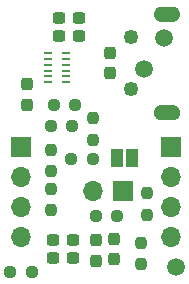
<source format=gbs>
%TF.GenerationSoftware,KiCad,Pcbnew,8.0.1*%
%TF.CreationDate,2024-04-23T06:28:50-07:00*%
%TF.ProjectId,OnOffController,4f6e4f66-6643-46f6-9e74-726f6c6c6572,rev?*%
%TF.SameCoordinates,Original*%
%TF.FileFunction,Soldermask,Bot*%
%TF.FilePolarity,Negative*%
%FSLAX46Y46*%
G04 Gerber Fmt 4.6, Leading zero omitted, Abs format (unit mm)*
G04 Created by KiCad (PCBNEW 8.0.1) date 2024-04-23 06:28:50*
%MOMM*%
%LPD*%
G01*
G04 APERTURE LIST*
G04 Aperture macros list*
%AMRoundRect*
0 Rectangle with rounded corners*
0 $1 Rounding radius*
0 $2 $3 $4 $5 $6 $7 $8 $9 X,Y pos of 4 corners*
0 Add a 4 corners polygon primitive as box body*
4,1,4,$2,$3,$4,$5,$6,$7,$8,$9,$2,$3,0*
0 Add four circle primitives for the rounded corners*
1,1,$1+$1,$2,$3*
1,1,$1+$1,$4,$5*
1,1,$1+$1,$6,$7*
1,1,$1+$1,$8,$9*
0 Add four rect primitives between the rounded corners*
20,1,$1+$1,$2,$3,$4,$5,0*
20,1,$1+$1,$4,$5,$6,$7,0*
20,1,$1+$1,$6,$7,$8,$9,0*
20,1,$1+$1,$8,$9,$2,$3,0*%
G04 Aperture macros list end*
%ADD10C,0.010000*%
%ADD11R,1.700000X1.700000*%
%ADD12O,1.700000X1.700000*%
%ADD13C,1.252400*%
%ADD14RoundRect,0.237500X-0.237500X0.250000X-0.237500X-0.250000X0.237500X-0.250000X0.237500X0.250000X0*%
%ADD15RoundRect,0.237500X-0.237500X0.287500X-0.237500X-0.287500X0.237500X-0.287500X0.237500X0.287500X0*%
%ADD16C,1.500000*%
%ADD17RoundRect,0.237500X0.250000X0.237500X-0.250000X0.237500X-0.250000X-0.237500X0.250000X-0.237500X0*%
%ADD18RoundRect,0.237500X0.300000X0.237500X-0.300000X0.237500X-0.300000X-0.237500X0.300000X-0.237500X0*%
%ADD19RoundRect,0.237500X0.237500X-0.300000X0.237500X0.300000X-0.237500X0.300000X-0.237500X-0.300000X0*%
%ADD20RoundRect,0.237500X-0.300000X-0.237500X0.300000X-0.237500X0.300000X0.237500X-0.300000X0.237500X0*%
%ADD21RoundRect,0.237500X0.237500X-0.250000X0.237500X0.250000X-0.237500X0.250000X-0.237500X-0.250000X0*%
%ADD22RoundRect,0.237500X-0.250000X-0.237500X0.250000X-0.237500X0.250000X0.237500X-0.250000X0.237500X0*%
%ADD23R,0.700000X0.250000*%
%ADD24R,1.000000X1.500000*%
G04 APERTURE END LIST*
D10*
%TO.C,J8*%
X166468500Y-73578000D02*
X166499500Y-73580000D01*
X166530500Y-73584000D01*
X166561500Y-73590000D01*
X166592500Y-73598000D01*
X166622500Y-73606000D01*
X166652500Y-73617000D01*
X166681500Y-73629000D01*
X166710500Y-73643000D01*
X166737500Y-73658000D01*
X166764500Y-73674000D01*
X166790500Y-73692000D01*
X166815500Y-73711000D01*
X166839500Y-73732000D01*
X166862500Y-73753000D01*
X166884500Y-73776000D01*
X166904500Y-73800000D01*
X166923500Y-73825000D01*
X166941500Y-73851000D01*
X166958500Y-73878000D01*
X166973500Y-73906000D01*
X166986500Y-73934000D01*
X166998500Y-73964000D01*
X167009500Y-73993000D01*
X167018500Y-74024000D01*
X167025500Y-74054000D01*
X167031500Y-74085000D01*
X167035500Y-74117000D01*
X167038500Y-74148000D01*
X167039500Y-74177000D01*
X167038500Y-74211000D01*
X167035500Y-74243000D01*
X167031500Y-74275000D01*
X167025500Y-74306000D01*
X167018500Y-74337000D01*
X167009500Y-74367000D01*
X166998500Y-74397000D01*
X166986500Y-74427000D01*
X166972500Y-74455000D01*
X166957500Y-74483000D01*
X166940500Y-74510000D01*
X166922500Y-74537000D01*
X166903500Y-74562000D01*
X166882500Y-74586000D01*
X166861500Y-74609000D01*
X166838500Y-74631000D01*
X166813500Y-74652000D01*
X166788500Y-74671000D01*
X166762500Y-74689000D01*
X166735500Y-74706000D01*
X166707500Y-74721000D01*
X166678500Y-74734000D01*
X166649500Y-74747000D01*
X166619500Y-74757000D01*
X166588500Y-74766000D01*
X166557500Y-74774000D01*
X166526500Y-74780000D01*
X166495500Y-74784000D01*
X166463500Y-74786000D01*
X166434500Y-74787000D01*
X166434000Y-74787000D01*
X165543500Y-74787000D01*
X165514500Y-74786000D01*
X165482500Y-74784000D01*
X165451500Y-74780000D01*
X165420500Y-74774000D01*
X165389500Y-74766000D01*
X165358500Y-74757000D01*
X165328500Y-74747000D01*
X165299500Y-74734000D01*
X165270500Y-74721000D01*
X165242500Y-74706000D01*
X165215500Y-74689000D01*
X165189500Y-74671000D01*
X165164500Y-74652000D01*
X165139500Y-74631000D01*
X165116500Y-74609000D01*
X165095500Y-74586000D01*
X165074500Y-74562000D01*
X165055500Y-74537000D01*
X165037500Y-74510000D01*
X165020500Y-74483000D01*
X165005500Y-74455000D01*
X164991500Y-74427000D01*
X164979500Y-74397000D01*
X164968500Y-74367000D01*
X164959500Y-74337000D01*
X164952500Y-74306000D01*
X164946500Y-74275000D01*
X164942500Y-74243000D01*
X164939500Y-74211000D01*
X164938500Y-74177000D01*
X164939500Y-74148000D01*
X164942500Y-74117000D01*
X164946500Y-74085000D01*
X164952500Y-74054000D01*
X164959500Y-74024000D01*
X164968500Y-73993000D01*
X164979500Y-73964000D01*
X164991500Y-73934000D01*
X165004500Y-73906000D01*
X165019500Y-73878000D01*
X165036500Y-73851000D01*
X165054500Y-73825000D01*
X165073500Y-73800000D01*
X165093500Y-73776000D01*
X165115500Y-73753000D01*
X165138500Y-73732000D01*
X165162500Y-73711000D01*
X165187500Y-73692000D01*
X165213500Y-73674000D01*
X165240500Y-73658000D01*
X165267500Y-73643000D01*
X165296500Y-73629000D01*
X165325500Y-73617000D01*
X165355500Y-73606000D01*
X165385500Y-73598000D01*
X165416500Y-73590000D01*
X165447500Y-73584000D01*
X165478500Y-73580000D01*
X165509500Y-73578000D01*
X165543500Y-73577000D01*
X166434500Y-73577000D01*
X166468500Y-73578000D01*
G36*
X166468500Y-73578000D02*
G01*
X166499500Y-73580000D01*
X166530500Y-73584000D01*
X166561500Y-73590000D01*
X166592500Y-73598000D01*
X166622500Y-73606000D01*
X166652500Y-73617000D01*
X166681500Y-73629000D01*
X166710500Y-73643000D01*
X166737500Y-73658000D01*
X166764500Y-73674000D01*
X166790500Y-73692000D01*
X166815500Y-73711000D01*
X166839500Y-73732000D01*
X166862500Y-73753000D01*
X166884500Y-73776000D01*
X166904500Y-73800000D01*
X166923500Y-73825000D01*
X166941500Y-73851000D01*
X166958500Y-73878000D01*
X166973500Y-73906000D01*
X166986500Y-73934000D01*
X166998500Y-73964000D01*
X167009500Y-73993000D01*
X167018500Y-74024000D01*
X167025500Y-74054000D01*
X167031500Y-74085000D01*
X167035500Y-74117000D01*
X167038500Y-74148000D01*
X167039500Y-74177000D01*
X167038500Y-74211000D01*
X167035500Y-74243000D01*
X167031500Y-74275000D01*
X167025500Y-74306000D01*
X167018500Y-74337000D01*
X167009500Y-74367000D01*
X166998500Y-74397000D01*
X166986500Y-74427000D01*
X166972500Y-74455000D01*
X166957500Y-74483000D01*
X166940500Y-74510000D01*
X166922500Y-74537000D01*
X166903500Y-74562000D01*
X166882500Y-74586000D01*
X166861500Y-74609000D01*
X166838500Y-74631000D01*
X166813500Y-74652000D01*
X166788500Y-74671000D01*
X166762500Y-74689000D01*
X166735500Y-74706000D01*
X166707500Y-74721000D01*
X166678500Y-74734000D01*
X166649500Y-74747000D01*
X166619500Y-74757000D01*
X166588500Y-74766000D01*
X166557500Y-74774000D01*
X166526500Y-74780000D01*
X166495500Y-74784000D01*
X166463500Y-74786000D01*
X166434500Y-74787000D01*
X166434000Y-74787000D01*
X165543500Y-74787000D01*
X165514500Y-74786000D01*
X165482500Y-74784000D01*
X165451500Y-74780000D01*
X165420500Y-74774000D01*
X165389500Y-74766000D01*
X165358500Y-74757000D01*
X165328500Y-74747000D01*
X165299500Y-74734000D01*
X165270500Y-74721000D01*
X165242500Y-74706000D01*
X165215500Y-74689000D01*
X165189500Y-74671000D01*
X165164500Y-74652000D01*
X165139500Y-74631000D01*
X165116500Y-74609000D01*
X165095500Y-74586000D01*
X165074500Y-74562000D01*
X165055500Y-74537000D01*
X165037500Y-74510000D01*
X165020500Y-74483000D01*
X165005500Y-74455000D01*
X164991500Y-74427000D01*
X164979500Y-74397000D01*
X164968500Y-74367000D01*
X164959500Y-74337000D01*
X164952500Y-74306000D01*
X164946500Y-74275000D01*
X164942500Y-74243000D01*
X164939500Y-74211000D01*
X164938500Y-74177000D01*
X164939500Y-74148000D01*
X164942500Y-74117000D01*
X164946500Y-74085000D01*
X164952500Y-74054000D01*
X164959500Y-74024000D01*
X164968500Y-73993000D01*
X164979500Y-73964000D01*
X164991500Y-73934000D01*
X165004500Y-73906000D01*
X165019500Y-73878000D01*
X165036500Y-73851000D01*
X165054500Y-73825000D01*
X165073500Y-73800000D01*
X165093500Y-73776000D01*
X165115500Y-73753000D01*
X165138500Y-73732000D01*
X165162500Y-73711000D01*
X165187500Y-73692000D01*
X165213500Y-73674000D01*
X165240500Y-73658000D01*
X165267500Y-73643000D01*
X165296500Y-73629000D01*
X165325500Y-73617000D01*
X165355500Y-73606000D01*
X165385500Y-73598000D01*
X165416500Y-73590000D01*
X165447500Y-73584000D01*
X165478500Y-73580000D01*
X165509500Y-73578000D01*
X165543500Y-73577000D01*
X166434500Y-73577000D01*
X166468500Y-73578000D01*
G37*
X166463500Y-81918000D02*
X166495500Y-81920000D01*
X166526500Y-81924000D01*
X166557500Y-81930000D01*
X166588500Y-81938000D01*
X166619500Y-81947000D01*
X166649500Y-81957000D01*
X166678500Y-81970000D01*
X166707500Y-81983000D01*
X166735500Y-81998000D01*
X166762500Y-82015000D01*
X166788500Y-82033000D01*
X166813500Y-82052000D01*
X166838500Y-82073000D01*
X166861500Y-82095000D01*
X166882500Y-82118000D01*
X166903500Y-82142000D01*
X166922500Y-82167000D01*
X166940500Y-82194000D01*
X166957500Y-82221000D01*
X166972500Y-82249000D01*
X166986500Y-82277000D01*
X166998500Y-82307000D01*
X167009500Y-82337000D01*
X167018500Y-82367000D01*
X167025500Y-82398000D01*
X167031500Y-82429000D01*
X167035500Y-82461000D01*
X167038500Y-82493000D01*
X167039500Y-82527000D01*
X167038500Y-82556000D01*
X167035500Y-82587000D01*
X167031500Y-82619000D01*
X167025500Y-82650000D01*
X167018500Y-82680000D01*
X167009500Y-82711000D01*
X166998500Y-82740000D01*
X166986500Y-82770000D01*
X166973500Y-82798000D01*
X166958500Y-82826000D01*
X166941500Y-82853000D01*
X166923500Y-82879000D01*
X166904500Y-82904000D01*
X166884500Y-82928000D01*
X166862500Y-82951000D01*
X166839500Y-82972000D01*
X166815500Y-82993000D01*
X166790500Y-83012000D01*
X166764500Y-83030000D01*
X166737500Y-83046000D01*
X166710500Y-83061000D01*
X166681500Y-83075000D01*
X166652500Y-83087000D01*
X166622500Y-83098000D01*
X166592500Y-83106000D01*
X166561500Y-83114000D01*
X166530500Y-83120000D01*
X166499500Y-83124000D01*
X166468500Y-83126000D01*
X166434500Y-83127000D01*
X166434000Y-83127000D01*
X165543500Y-83127000D01*
X165509500Y-83126000D01*
X165478500Y-83124000D01*
X165447500Y-83120000D01*
X165416500Y-83114000D01*
X165385500Y-83106000D01*
X165355500Y-83098000D01*
X165325500Y-83087000D01*
X165296500Y-83075000D01*
X165267500Y-83061000D01*
X165240500Y-83046000D01*
X165213500Y-83030000D01*
X165187500Y-83012000D01*
X165162500Y-82993000D01*
X165138500Y-82972000D01*
X165115500Y-82951000D01*
X165093500Y-82928000D01*
X165073500Y-82904000D01*
X165054500Y-82879000D01*
X165036500Y-82853000D01*
X165019500Y-82826000D01*
X165004500Y-82798000D01*
X164991500Y-82770000D01*
X164979500Y-82740000D01*
X164968500Y-82711000D01*
X164959500Y-82680000D01*
X164952500Y-82650000D01*
X164946500Y-82619000D01*
X164942500Y-82587000D01*
X164939500Y-82556000D01*
X164938500Y-82527000D01*
X164939500Y-82493000D01*
X164942500Y-82461000D01*
X164946500Y-82429000D01*
X164952500Y-82398000D01*
X164959500Y-82367000D01*
X164968500Y-82337000D01*
X164979500Y-82307000D01*
X164991500Y-82277000D01*
X165005500Y-82249000D01*
X165020500Y-82221000D01*
X165037500Y-82194000D01*
X165055500Y-82167000D01*
X165074500Y-82142000D01*
X165095500Y-82118000D01*
X165116500Y-82095000D01*
X165139500Y-82073000D01*
X165164500Y-82052000D01*
X165189500Y-82033000D01*
X165215500Y-82015000D01*
X165242500Y-81998000D01*
X165270500Y-81983000D01*
X165299500Y-81970000D01*
X165328500Y-81957000D01*
X165358500Y-81947000D01*
X165389500Y-81938000D01*
X165420500Y-81930000D01*
X165451500Y-81924000D01*
X165482500Y-81920000D01*
X165514500Y-81918000D01*
X165543500Y-81917000D01*
X166434500Y-81917000D01*
X166463500Y-81918000D01*
G36*
X166463500Y-81918000D02*
G01*
X166495500Y-81920000D01*
X166526500Y-81924000D01*
X166557500Y-81930000D01*
X166588500Y-81938000D01*
X166619500Y-81947000D01*
X166649500Y-81957000D01*
X166678500Y-81970000D01*
X166707500Y-81983000D01*
X166735500Y-81998000D01*
X166762500Y-82015000D01*
X166788500Y-82033000D01*
X166813500Y-82052000D01*
X166838500Y-82073000D01*
X166861500Y-82095000D01*
X166882500Y-82118000D01*
X166903500Y-82142000D01*
X166922500Y-82167000D01*
X166940500Y-82194000D01*
X166957500Y-82221000D01*
X166972500Y-82249000D01*
X166986500Y-82277000D01*
X166998500Y-82307000D01*
X167009500Y-82337000D01*
X167018500Y-82367000D01*
X167025500Y-82398000D01*
X167031500Y-82429000D01*
X167035500Y-82461000D01*
X167038500Y-82493000D01*
X167039500Y-82527000D01*
X167038500Y-82556000D01*
X167035500Y-82587000D01*
X167031500Y-82619000D01*
X167025500Y-82650000D01*
X167018500Y-82680000D01*
X167009500Y-82711000D01*
X166998500Y-82740000D01*
X166986500Y-82770000D01*
X166973500Y-82798000D01*
X166958500Y-82826000D01*
X166941500Y-82853000D01*
X166923500Y-82879000D01*
X166904500Y-82904000D01*
X166884500Y-82928000D01*
X166862500Y-82951000D01*
X166839500Y-82972000D01*
X166815500Y-82993000D01*
X166790500Y-83012000D01*
X166764500Y-83030000D01*
X166737500Y-83046000D01*
X166710500Y-83061000D01*
X166681500Y-83075000D01*
X166652500Y-83087000D01*
X166622500Y-83098000D01*
X166592500Y-83106000D01*
X166561500Y-83114000D01*
X166530500Y-83120000D01*
X166499500Y-83124000D01*
X166468500Y-83126000D01*
X166434500Y-83127000D01*
X166434000Y-83127000D01*
X165543500Y-83127000D01*
X165509500Y-83126000D01*
X165478500Y-83124000D01*
X165447500Y-83120000D01*
X165416500Y-83114000D01*
X165385500Y-83106000D01*
X165355500Y-83098000D01*
X165325500Y-83087000D01*
X165296500Y-83075000D01*
X165267500Y-83061000D01*
X165240500Y-83046000D01*
X165213500Y-83030000D01*
X165187500Y-83012000D01*
X165162500Y-82993000D01*
X165138500Y-82972000D01*
X165115500Y-82951000D01*
X165093500Y-82928000D01*
X165073500Y-82904000D01*
X165054500Y-82879000D01*
X165036500Y-82853000D01*
X165019500Y-82826000D01*
X165004500Y-82798000D01*
X164991500Y-82770000D01*
X164979500Y-82740000D01*
X164968500Y-82711000D01*
X164959500Y-82680000D01*
X164952500Y-82650000D01*
X164946500Y-82619000D01*
X164942500Y-82587000D01*
X164939500Y-82556000D01*
X164938500Y-82527000D01*
X164939500Y-82493000D01*
X164942500Y-82461000D01*
X164946500Y-82429000D01*
X164952500Y-82398000D01*
X164959500Y-82367000D01*
X164968500Y-82337000D01*
X164979500Y-82307000D01*
X164991500Y-82277000D01*
X165005500Y-82249000D01*
X165020500Y-82221000D01*
X165037500Y-82194000D01*
X165055500Y-82167000D01*
X165074500Y-82142000D01*
X165095500Y-82118000D01*
X165116500Y-82095000D01*
X165139500Y-82073000D01*
X165164500Y-82052000D01*
X165189500Y-82033000D01*
X165215500Y-82015000D01*
X165242500Y-81998000D01*
X165270500Y-81983000D01*
X165299500Y-81970000D01*
X165328500Y-81957000D01*
X165358500Y-81947000D01*
X165389500Y-81938000D01*
X165420500Y-81930000D01*
X165451500Y-81924000D01*
X165482500Y-81920000D01*
X165514500Y-81918000D01*
X165543500Y-81917000D01*
X166434500Y-81917000D01*
X166463500Y-81918000D01*
G37*
%TD*%
D11*
%TO.C,J2*%
X162311000Y-89154000D03*
D12*
X159771000Y-89154000D03*
%TD*%
D11*
%TO.C,J4*%
X166370000Y-85481000D03*
D12*
X166370000Y-88021000D03*
X166370000Y-90561000D03*
X166370000Y-93101000D03*
%TD*%
D13*
%TO.C,J8*%
X162989000Y-80577000D03*
X162989000Y-76127000D03*
%TD*%
D11*
%TO.C,J3*%
X153670000Y-85471000D03*
D12*
X153670000Y-88011000D03*
X153670000Y-90551000D03*
X153670000Y-93091000D03*
%TD*%
D14*
%TO.C,R8*%
X156210000Y-85701500D03*
X156210000Y-87526500D03*
%TD*%
D15*
%TO.C,D3*%
X154178000Y-80151000D03*
X154178000Y-81901000D03*
%TD*%
D16*
%TO.C,TP4*%
X164084000Y-78867000D03*
%TD*%
%TO.C,TP5*%
X166751000Y-95631000D03*
%TD*%
D17*
%TO.C,R6*%
X158011500Y-83693000D03*
X156186500Y-83693000D03*
%TD*%
D16*
%TO.C,TP2*%
X165735000Y-76200000D03*
%TD*%
D17*
%TO.C,R9*%
X158265500Y-81915000D03*
X156440500Y-81915000D03*
%TD*%
D18*
%TO.C,C7*%
X158596500Y-74549000D03*
X156871500Y-74549000D03*
%TD*%
D19*
%TO.C,C6*%
X161163000Y-79221500D03*
X161163000Y-77496500D03*
%TD*%
D18*
%TO.C,C5*%
X158596500Y-76073000D03*
X156871500Y-76073000D03*
%TD*%
D20*
%TO.C,C4*%
X156363500Y-93345000D03*
X158088500Y-93345000D03*
%TD*%
D19*
%TO.C,C1*%
X161544000Y-94969500D03*
X161544000Y-93244500D03*
%TD*%
D21*
%TO.C,R4*%
X164338000Y-91186000D03*
X164338000Y-89361000D03*
%TD*%
%TO.C,R5*%
X159766000Y-84859500D03*
X159766000Y-83034500D03*
%TD*%
D17*
%TO.C,R7*%
X159766000Y-86487000D03*
X157941000Y-86487000D03*
%TD*%
D14*
%TO.C,R10*%
X156210000Y-89003500D03*
X156210000Y-90828500D03*
%TD*%
D22*
%TO.C,R2*%
X159996500Y-91313000D03*
X161821500Y-91313000D03*
%TD*%
D23*
%TO.C,U1*%
X157518000Y-77490000D03*
X157518000Y-77990000D03*
X157518000Y-78490000D03*
X157518000Y-78990000D03*
X157518000Y-79490000D03*
X157518000Y-79990000D03*
X155918000Y-79990000D03*
X155918000Y-79490000D03*
X155918000Y-78990000D03*
X155918000Y-78490000D03*
X155918000Y-77990000D03*
X155918000Y-77490000D03*
%TD*%
D21*
%TO.C,R3*%
X163830000Y-95400500D03*
X163830000Y-93575500D03*
%TD*%
D22*
%TO.C,R1*%
X152757500Y-96012000D03*
X154582500Y-96012000D03*
%TD*%
D19*
%TO.C,C2*%
X160020000Y-95096500D03*
X160020000Y-93371500D03*
%TD*%
D20*
%TO.C,C3*%
X156363500Y-94869000D03*
X158088500Y-94869000D03*
%TD*%
D24*
%TO.C,JP1*%
X163083000Y-86360000D03*
X161783000Y-86360000D03*
%TD*%
M02*

</source>
